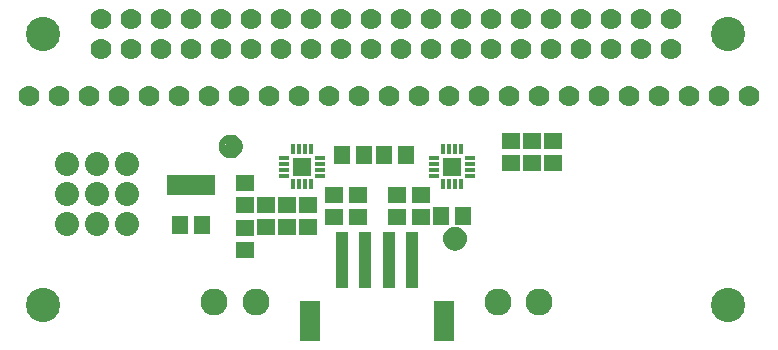
<source format=gbr>
G04 EAGLE Gerber RS-274X export*
G75*
%MOMM*%
%FSLAX34Y34*%
%LPD*%
%INSoldermask Top*%
%IPPOS*%
%AMOC8*
5,1,8,0,0,1.08239X$1,22.5*%
G01*
%ADD10C,2.901600*%
%ADD11C,1.778000*%
%ADD12C,1.101600*%
%ADD13C,0.500000*%
%ADD14C,2.032000*%
%ADD15R,1.601600X1.601600*%
%ADD16R,0.880000X0.350000*%
%ADD17R,0.350000X0.880000*%
%ADD18R,1.601600X1.341600*%
%ADD19R,1.341600X1.601600*%
%ADD20C,2.286000*%
%ADD21R,1.101600X4.701600*%
%ADD22R,1.801600X3.501600*%
%ADD23R,4.165600X1.778000*%


D10*
X35000Y265000D03*
X615000Y265000D03*
X615000Y35000D03*
X35000Y35000D03*
D11*
X83700Y252300D03*
X83700Y277700D03*
X109100Y252300D03*
X109100Y277700D03*
X134500Y252300D03*
X134500Y277700D03*
X159900Y252300D03*
X159900Y277700D03*
X185300Y252300D03*
X185300Y277700D03*
X210700Y252300D03*
X210700Y277700D03*
X236100Y252300D03*
X236100Y277700D03*
X261500Y252300D03*
X261500Y277700D03*
X286900Y252300D03*
X286900Y277700D03*
X312300Y252300D03*
X312300Y277700D03*
X337700Y252300D03*
X337700Y277700D03*
X363100Y252300D03*
X363100Y277700D03*
X388500Y252300D03*
X388500Y277700D03*
X413900Y252300D03*
X413900Y277700D03*
X439300Y252300D03*
X439300Y277700D03*
X464700Y252300D03*
X464700Y277700D03*
X490100Y252300D03*
X490100Y277700D03*
X515500Y252300D03*
X515500Y277700D03*
X540900Y252300D03*
X540900Y277700D03*
X566300Y252300D03*
X566300Y277700D03*
X22860Y212090D03*
X48260Y212090D03*
X73660Y212090D03*
X99060Y212090D03*
X124460Y212090D03*
X149860Y212090D03*
X175260Y212090D03*
X200660Y212090D03*
X226060Y212090D03*
X251460Y212090D03*
X276860Y212090D03*
X302260Y212090D03*
X327660Y212090D03*
X353060Y212090D03*
X378460Y212090D03*
X403860Y212090D03*
X429260Y212090D03*
X454660Y212090D03*
X480060Y212090D03*
X505460Y212090D03*
X530860Y212090D03*
X556260Y212090D03*
X581660Y212090D03*
X607060Y212090D03*
X632460Y212090D03*
D12*
X193675Y169545D03*
D13*
X193675Y177045D02*
X193494Y177043D01*
X193313Y177036D01*
X193132Y177025D01*
X192951Y177010D01*
X192771Y176990D01*
X192591Y176966D01*
X192412Y176938D01*
X192234Y176905D01*
X192057Y176868D01*
X191880Y176827D01*
X191705Y176782D01*
X191530Y176732D01*
X191357Y176678D01*
X191186Y176620D01*
X191015Y176558D01*
X190847Y176491D01*
X190680Y176421D01*
X190514Y176347D01*
X190351Y176268D01*
X190190Y176186D01*
X190030Y176100D01*
X189873Y176010D01*
X189718Y175916D01*
X189565Y175819D01*
X189415Y175717D01*
X189267Y175613D01*
X189121Y175504D01*
X188979Y175393D01*
X188839Y175277D01*
X188702Y175159D01*
X188567Y175037D01*
X188436Y174912D01*
X188308Y174784D01*
X188183Y174653D01*
X188061Y174518D01*
X187943Y174381D01*
X187827Y174241D01*
X187716Y174099D01*
X187607Y173953D01*
X187503Y173805D01*
X187401Y173655D01*
X187304Y173502D01*
X187210Y173347D01*
X187120Y173190D01*
X187034Y173030D01*
X186952Y172869D01*
X186873Y172706D01*
X186799Y172540D01*
X186729Y172373D01*
X186662Y172205D01*
X186600Y172034D01*
X186542Y171863D01*
X186488Y171690D01*
X186438Y171515D01*
X186393Y171340D01*
X186352Y171163D01*
X186315Y170986D01*
X186282Y170808D01*
X186254Y170629D01*
X186230Y170449D01*
X186210Y170269D01*
X186195Y170088D01*
X186184Y169907D01*
X186177Y169726D01*
X186175Y169545D01*
X193675Y177045D02*
X193856Y177043D01*
X194037Y177036D01*
X194218Y177025D01*
X194399Y177010D01*
X194579Y176990D01*
X194759Y176966D01*
X194938Y176938D01*
X195116Y176905D01*
X195293Y176868D01*
X195470Y176827D01*
X195645Y176782D01*
X195820Y176732D01*
X195993Y176678D01*
X196164Y176620D01*
X196335Y176558D01*
X196503Y176491D01*
X196670Y176421D01*
X196836Y176347D01*
X196999Y176268D01*
X197160Y176186D01*
X197320Y176100D01*
X197477Y176010D01*
X197632Y175916D01*
X197785Y175819D01*
X197935Y175717D01*
X198083Y175613D01*
X198229Y175504D01*
X198371Y175393D01*
X198511Y175277D01*
X198648Y175159D01*
X198783Y175037D01*
X198914Y174912D01*
X199042Y174784D01*
X199167Y174653D01*
X199289Y174518D01*
X199407Y174381D01*
X199523Y174241D01*
X199634Y174099D01*
X199743Y173953D01*
X199847Y173805D01*
X199949Y173655D01*
X200046Y173502D01*
X200140Y173347D01*
X200230Y173190D01*
X200316Y173030D01*
X200398Y172869D01*
X200477Y172706D01*
X200551Y172540D01*
X200621Y172373D01*
X200688Y172205D01*
X200750Y172034D01*
X200808Y171863D01*
X200862Y171690D01*
X200912Y171515D01*
X200957Y171340D01*
X200998Y171163D01*
X201035Y170986D01*
X201068Y170808D01*
X201096Y170629D01*
X201120Y170449D01*
X201140Y170269D01*
X201155Y170088D01*
X201166Y169907D01*
X201173Y169726D01*
X201175Y169545D01*
X201173Y169364D01*
X201166Y169183D01*
X201155Y169002D01*
X201140Y168821D01*
X201120Y168641D01*
X201096Y168461D01*
X201068Y168282D01*
X201035Y168104D01*
X200998Y167927D01*
X200957Y167750D01*
X200912Y167575D01*
X200862Y167400D01*
X200808Y167227D01*
X200750Y167056D01*
X200688Y166885D01*
X200621Y166717D01*
X200551Y166550D01*
X200477Y166384D01*
X200398Y166221D01*
X200316Y166060D01*
X200230Y165900D01*
X200140Y165743D01*
X200046Y165588D01*
X199949Y165435D01*
X199847Y165285D01*
X199743Y165137D01*
X199634Y164991D01*
X199523Y164849D01*
X199407Y164709D01*
X199289Y164572D01*
X199167Y164437D01*
X199042Y164306D01*
X198914Y164178D01*
X198783Y164053D01*
X198648Y163931D01*
X198511Y163813D01*
X198371Y163697D01*
X198229Y163586D01*
X198083Y163477D01*
X197935Y163373D01*
X197785Y163271D01*
X197632Y163174D01*
X197477Y163080D01*
X197320Y162990D01*
X197160Y162904D01*
X196999Y162822D01*
X196836Y162743D01*
X196670Y162669D01*
X196503Y162599D01*
X196335Y162532D01*
X196164Y162470D01*
X195993Y162412D01*
X195820Y162358D01*
X195645Y162308D01*
X195470Y162263D01*
X195293Y162222D01*
X195116Y162185D01*
X194938Y162152D01*
X194759Y162124D01*
X194579Y162100D01*
X194399Y162080D01*
X194218Y162065D01*
X194037Y162054D01*
X193856Y162047D01*
X193675Y162045D01*
X193494Y162047D01*
X193313Y162054D01*
X193132Y162065D01*
X192951Y162080D01*
X192771Y162100D01*
X192591Y162124D01*
X192412Y162152D01*
X192234Y162185D01*
X192057Y162222D01*
X191880Y162263D01*
X191705Y162308D01*
X191530Y162358D01*
X191357Y162412D01*
X191186Y162470D01*
X191015Y162532D01*
X190847Y162599D01*
X190680Y162669D01*
X190514Y162743D01*
X190351Y162822D01*
X190190Y162904D01*
X190030Y162990D01*
X189873Y163080D01*
X189718Y163174D01*
X189565Y163271D01*
X189415Y163373D01*
X189267Y163477D01*
X189121Y163586D01*
X188979Y163697D01*
X188839Y163813D01*
X188702Y163931D01*
X188567Y164053D01*
X188436Y164178D01*
X188308Y164306D01*
X188183Y164437D01*
X188061Y164572D01*
X187943Y164709D01*
X187827Y164849D01*
X187716Y164991D01*
X187607Y165137D01*
X187503Y165285D01*
X187401Y165435D01*
X187304Y165588D01*
X187210Y165743D01*
X187120Y165900D01*
X187034Y166060D01*
X186952Y166221D01*
X186873Y166384D01*
X186799Y166550D01*
X186729Y166717D01*
X186662Y166885D01*
X186600Y167056D01*
X186542Y167227D01*
X186488Y167400D01*
X186438Y167575D01*
X186393Y167750D01*
X186352Y167927D01*
X186315Y168104D01*
X186282Y168282D01*
X186254Y168461D01*
X186230Y168641D01*
X186210Y168821D01*
X186195Y169002D01*
X186184Y169183D01*
X186177Y169364D01*
X186175Y169545D01*
D12*
X383540Y91440D03*
D13*
X383540Y98940D02*
X383359Y98938D01*
X383178Y98931D01*
X382997Y98920D01*
X382816Y98905D01*
X382636Y98885D01*
X382456Y98861D01*
X382277Y98833D01*
X382099Y98800D01*
X381922Y98763D01*
X381745Y98722D01*
X381570Y98677D01*
X381395Y98627D01*
X381222Y98573D01*
X381051Y98515D01*
X380880Y98453D01*
X380712Y98386D01*
X380545Y98316D01*
X380379Y98242D01*
X380216Y98163D01*
X380055Y98081D01*
X379895Y97995D01*
X379738Y97905D01*
X379583Y97811D01*
X379430Y97714D01*
X379280Y97612D01*
X379132Y97508D01*
X378986Y97399D01*
X378844Y97288D01*
X378704Y97172D01*
X378567Y97054D01*
X378432Y96932D01*
X378301Y96807D01*
X378173Y96679D01*
X378048Y96548D01*
X377926Y96413D01*
X377808Y96276D01*
X377692Y96136D01*
X377581Y95994D01*
X377472Y95848D01*
X377368Y95700D01*
X377266Y95550D01*
X377169Y95397D01*
X377075Y95242D01*
X376985Y95085D01*
X376899Y94925D01*
X376817Y94764D01*
X376738Y94601D01*
X376664Y94435D01*
X376594Y94268D01*
X376527Y94100D01*
X376465Y93929D01*
X376407Y93758D01*
X376353Y93585D01*
X376303Y93410D01*
X376258Y93235D01*
X376217Y93058D01*
X376180Y92881D01*
X376147Y92703D01*
X376119Y92524D01*
X376095Y92344D01*
X376075Y92164D01*
X376060Y91983D01*
X376049Y91802D01*
X376042Y91621D01*
X376040Y91440D01*
X383540Y98940D02*
X383721Y98938D01*
X383902Y98931D01*
X384083Y98920D01*
X384264Y98905D01*
X384444Y98885D01*
X384624Y98861D01*
X384803Y98833D01*
X384981Y98800D01*
X385158Y98763D01*
X385335Y98722D01*
X385510Y98677D01*
X385685Y98627D01*
X385858Y98573D01*
X386029Y98515D01*
X386200Y98453D01*
X386368Y98386D01*
X386535Y98316D01*
X386701Y98242D01*
X386864Y98163D01*
X387025Y98081D01*
X387185Y97995D01*
X387342Y97905D01*
X387497Y97811D01*
X387650Y97714D01*
X387800Y97612D01*
X387948Y97508D01*
X388094Y97399D01*
X388236Y97288D01*
X388376Y97172D01*
X388513Y97054D01*
X388648Y96932D01*
X388779Y96807D01*
X388907Y96679D01*
X389032Y96548D01*
X389154Y96413D01*
X389272Y96276D01*
X389388Y96136D01*
X389499Y95994D01*
X389608Y95848D01*
X389712Y95700D01*
X389814Y95550D01*
X389911Y95397D01*
X390005Y95242D01*
X390095Y95085D01*
X390181Y94925D01*
X390263Y94764D01*
X390342Y94601D01*
X390416Y94435D01*
X390486Y94268D01*
X390553Y94100D01*
X390615Y93929D01*
X390673Y93758D01*
X390727Y93585D01*
X390777Y93410D01*
X390822Y93235D01*
X390863Y93058D01*
X390900Y92881D01*
X390933Y92703D01*
X390961Y92524D01*
X390985Y92344D01*
X391005Y92164D01*
X391020Y91983D01*
X391031Y91802D01*
X391038Y91621D01*
X391040Y91440D01*
X391038Y91259D01*
X391031Y91078D01*
X391020Y90897D01*
X391005Y90716D01*
X390985Y90536D01*
X390961Y90356D01*
X390933Y90177D01*
X390900Y89999D01*
X390863Y89822D01*
X390822Y89645D01*
X390777Y89470D01*
X390727Y89295D01*
X390673Y89122D01*
X390615Y88951D01*
X390553Y88780D01*
X390486Y88612D01*
X390416Y88445D01*
X390342Y88279D01*
X390263Y88116D01*
X390181Y87955D01*
X390095Y87795D01*
X390005Y87638D01*
X389911Y87483D01*
X389814Y87330D01*
X389712Y87180D01*
X389608Y87032D01*
X389499Y86886D01*
X389388Y86744D01*
X389272Y86604D01*
X389154Y86467D01*
X389032Y86332D01*
X388907Y86201D01*
X388779Y86073D01*
X388648Y85948D01*
X388513Y85826D01*
X388376Y85708D01*
X388236Y85592D01*
X388094Y85481D01*
X387948Y85372D01*
X387800Y85268D01*
X387650Y85166D01*
X387497Y85069D01*
X387342Y84975D01*
X387185Y84885D01*
X387025Y84799D01*
X386864Y84717D01*
X386701Y84638D01*
X386535Y84564D01*
X386368Y84494D01*
X386200Y84427D01*
X386029Y84365D01*
X385858Y84307D01*
X385685Y84253D01*
X385510Y84203D01*
X385335Y84158D01*
X385158Y84117D01*
X384981Y84080D01*
X384803Y84047D01*
X384624Y84019D01*
X384444Y83995D01*
X384264Y83975D01*
X384083Y83960D01*
X383902Y83949D01*
X383721Y83942D01*
X383540Y83940D01*
X383359Y83942D01*
X383178Y83949D01*
X382997Y83960D01*
X382816Y83975D01*
X382636Y83995D01*
X382456Y84019D01*
X382277Y84047D01*
X382099Y84080D01*
X381922Y84117D01*
X381745Y84158D01*
X381570Y84203D01*
X381395Y84253D01*
X381222Y84307D01*
X381051Y84365D01*
X380880Y84427D01*
X380712Y84494D01*
X380545Y84564D01*
X380379Y84638D01*
X380216Y84717D01*
X380055Y84799D01*
X379895Y84885D01*
X379738Y84975D01*
X379583Y85069D01*
X379430Y85166D01*
X379280Y85268D01*
X379132Y85372D01*
X378986Y85481D01*
X378844Y85592D01*
X378704Y85708D01*
X378567Y85826D01*
X378432Y85948D01*
X378301Y86073D01*
X378173Y86201D01*
X378048Y86332D01*
X377926Y86467D01*
X377808Y86604D01*
X377692Y86744D01*
X377581Y86886D01*
X377472Y87032D01*
X377368Y87180D01*
X377266Y87330D01*
X377169Y87483D01*
X377075Y87638D01*
X376985Y87795D01*
X376899Y87955D01*
X376817Y88116D01*
X376738Y88279D01*
X376664Y88445D01*
X376594Y88612D01*
X376527Y88780D01*
X376465Y88951D01*
X376407Y89122D01*
X376353Y89295D01*
X376303Y89470D01*
X376258Y89645D01*
X376217Y89822D01*
X376180Y89999D01*
X376147Y90177D01*
X376119Y90356D01*
X376095Y90536D01*
X376075Y90716D01*
X376060Y90897D01*
X376049Y91078D01*
X376042Y91259D01*
X376040Y91440D01*
D14*
X105410Y129540D03*
X80010Y129540D03*
X54610Y129540D03*
X54610Y104140D03*
X80010Y104140D03*
X105410Y104140D03*
X54610Y154940D03*
X80010Y154940D03*
X105410Y154940D03*
D15*
X254000Y152400D03*
D16*
X239000Y159900D03*
X239000Y154900D03*
X239000Y149900D03*
X239000Y144900D03*
D17*
X246500Y137400D03*
X251500Y137400D03*
X256500Y137400D03*
X261500Y137400D03*
D16*
X269000Y144900D03*
X269000Y149900D03*
X269000Y154900D03*
X269000Y159900D03*
D17*
X261500Y167400D03*
X256500Y167400D03*
X251500Y167400D03*
X246500Y167400D03*
D18*
X205740Y139040D03*
X205740Y120040D03*
X448310Y174600D03*
X448310Y155600D03*
X430530Y174600D03*
X430530Y155600D03*
X280670Y128880D03*
X280670Y109880D03*
X300990Y128880D03*
X300990Y109880D03*
D19*
X306680Y162560D03*
X287680Y162560D03*
D18*
X205740Y81940D03*
X205740Y100940D03*
D20*
X214850Y38100D03*
X179850Y38100D03*
D15*
X381000Y152400D03*
D16*
X396000Y144900D03*
X396000Y149900D03*
X396000Y154900D03*
X396000Y159900D03*
D17*
X388500Y167400D03*
X383500Y167400D03*
X378500Y167400D03*
X373500Y167400D03*
D16*
X366000Y159900D03*
X366000Y154900D03*
X366000Y149900D03*
X366000Y144900D03*
D17*
X373500Y137400D03*
X378500Y137400D03*
X383500Y137400D03*
X388500Y137400D03*
D18*
X241300Y119990D03*
X241300Y100990D03*
X259080Y119990D03*
X259080Y100990D03*
X354330Y128880D03*
X354330Y109880D03*
X334010Y128880D03*
X334010Y109880D03*
D19*
X323240Y162560D03*
X342240Y162560D03*
X371500Y110490D03*
X390500Y110490D03*
D20*
X454880Y38100D03*
X419880Y38100D03*
D21*
X347500Y73830D03*
X327500Y73830D03*
D22*
X374500Y21830D03*
X260500Y21830D03*
D21*
X307500Y73830D03*
X287500Y73830D03*
D19*
X169520Y102870D03*
X150520Y102870D03*
D23*
X160020Y137160D03*
D18*
X466090Y174600D03*
X466090Y155600D03*
X223520Y119990D03*
X223520Y100990D03*
M02*

</source>
